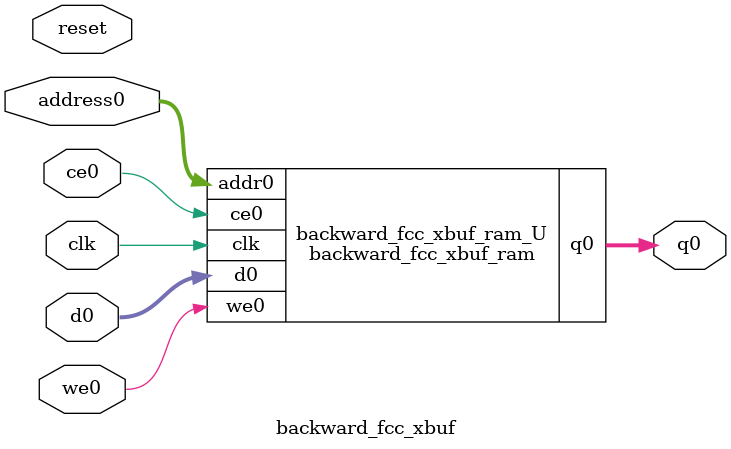
<source format=v>
`timescale 1 ns / 1 ps
module backward_fcc_xbuf_ram (addr0, ce0, d0, we0, q0,  clk);

parameter DWIDTH = 32;
parameter AWIDTH = 7;
parameter MEM_SIZE = 100;

input[AWIDTH-1:0] addr0;
input ce0;
input[DWIDTH-1:0] d0;
input we0;
output reg[DWIDTH-1:0] q0;
input clk;

reg [DWIDTH-1:0] ram[0:MEM_SIZE-1];




always @(posedge clk)  
begin 
    if (ce0) begin
        if (we0) 
            ram[addr0] <= d0; 
        q0 <= ram[addr0];
    end
end


endmodule

`timescale 1 ns / 1 ps
module backward_fcc_xbuf(
    reset,
    clk,
    address0,
    ce0,
    we0,
    d0,
    q0);

parameter DataWidth = 32'd32;
parameter AddressRange = 32'd100;
parameter AddressWidth = 32'd7;
input reset;
input clk;
input[AddressWidth - 1:0] address0;
input ce0;
input we0;
input[DataWidth - 1:0] d0;
output[DataWidth - 1:0] q0;



backward_fcc_xbuf_ram backward_fcc_xbuf_ram_U(
    .clk( clk ),
    .addr0( address0 ),
    .ce0( ce0 ),
    .we0( we0 ),
    .d0( d0 ),
    .q0( q0 ));

endmodule


</source>
